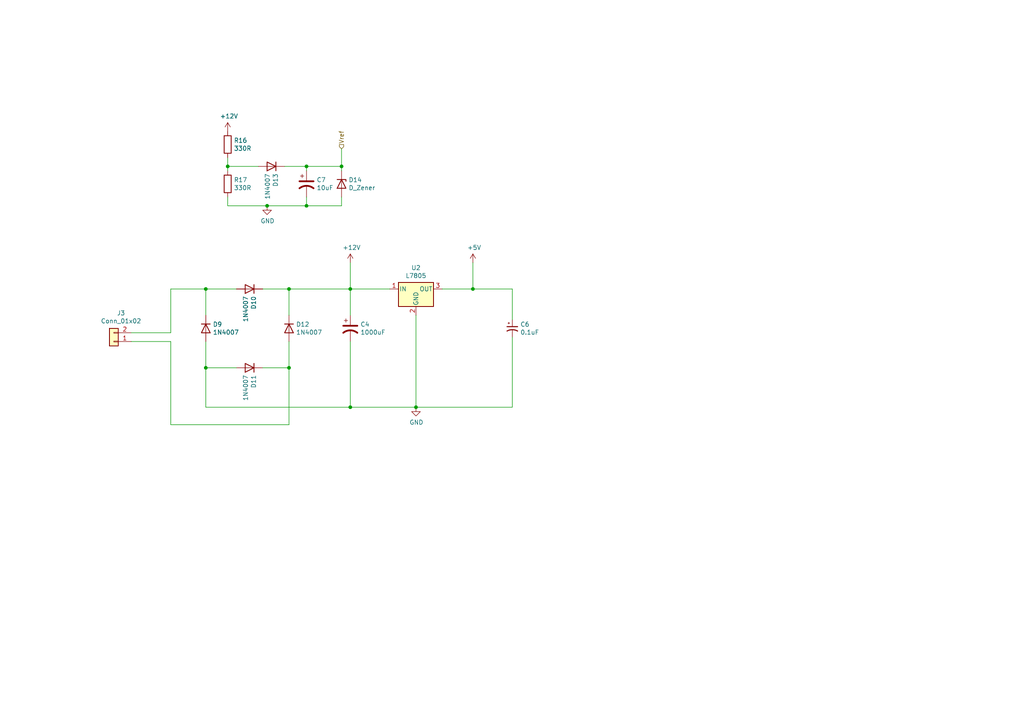
<source format=kicad_sch>
(kicad_sch (version 20211123) (generator eeschema)
  (paper "A4")
  (lib_symbols
    (symbol "Connector_Generic:Conn_01x02" (pin_names (offset 1.016) hide)
      (property "Reference" "J" (at 0 2.54 0))
      (property "Value" "Conn_01x02" (at 0 -5.08 0))
      (symbol "Conn_01x02_1_1"
        (rectangle (start -1.27 -2.413) (end 0 -2.667) (stroke (width 0.1524)))
        (rectangle (start -1.27 0.127) (end 0 -0.127) (stroke (width 0.1524)))
        (rectangle (start -1.27 1.27) (end 1.27 -3.81) (stroke (width 0.254)) (fill (type background)))
        (pin passive line (at -5.08 0 0) (length 3.81) (name "Pin_1") (number "1"))
        (pin passive line (at -5.08 -2.54 0) (length 3.81) (name "Pin_2") (number "2"))
      )
    )
    (symbol "Device:D_Zener" (pin_numbers hide) (pin_names (offset 1.016) hide)
      (property "Reference" "D" (at 0 2.54 0))
      (property "Value" "D_Zener" (at 0 -2.54 0))
      (symbol "D_Zener_0_1"
        (polyline (pts (xy 1.27 0) (xy -1.27 0)))
        (polyline (pts (xy -1.27 -1.27) (xy -1.27 1.27) (xy -0.762 1.27)) (stroke (width 0.254)))
        (polyline (pts (xy 1.27 -1.27) (xy 1.27 1.27) (xy -1.27 0) (xy 1.27 -1.27)) (stroke (width 0.254)))
      )
      (symbol "D_Zener_1_1"
        (pin passive line (at -3.81 0 0) (length 2.54) (name "K") (number "1"))
        (pin passive line (at 3.81 0 180) (length 2.54) (name "A") (number "2"))
      )
    )
    (symbol "Device:R" (pin_numbers hide) (pin_names (offset 0))
      (property "Reference" "R" (at 2.032 0 90))
      (property "Value" "R" (at 0 0 90))
      (symbol "R_0_1"
        (rectangle (start -1.016 -2.54) (end 1.016 2.54) (stroke (width 0.254)))
      )
      (symbol "R_1_1"
        (pin passive line (at 0 3.81 270) (length 1.27) (name "~") (number "1"))
        (pin passive line (at 0 -3.81 90) (length 1.27) (name "~") (number "2"))
      )
    )
    (symbol "Diode:1N4007" (pin_numbers hide) (pin_names (offset 1.016) hide)
      (property "Reference" "D" (at 0 2.54 0))
      (property "Value" "1N4007" (at 0 -2.54 0))
      (symbol "1N4007_0_1"
        (polyline (pts (xy -1.27 1.27) (xy -1.27 -1.27)) (stroke (width 0.254)))
        (polyline (pts (xy 1.27 0) (xy -1.27 0)))
        (polyline (pts (xy 1.27 1.27) (xy 1.27 -1.27) (xy -1.27 0) (xy 1.27 1.27)) (stroke (width 0.254)))
      )
      (symbol "1N4007_1_1"
        (pin passive line (at -3.81 0 0) (length 2.54) (name "K") (number "1"))
        (pin passive line (at 3.81 0 180) (length 2.54) (name "A") (number "2"))
      )
    )
    (symbol "Oflow_pcb-rescue:CP1-Device" (pin_numbers hide) (pin_names (offset 0.254) hide)
      (property "Reference" "C" (at 0.635 2.54 0))
      (property "Value" "CP1-Device" (at 0.635 -2.54 0))
      (symbol "CP1-Device_0_1"
        (polyline (pts (xy -2.032 0.762) (xy 2.032 0.762)) (stroke (width 0.508)))
        (polyline (pts (xy -1.778 2.286) (xy -0.762 2.286)))
        (polyline (pts (xy -1.27 1.778) (xy -1.27 2.794)))
        (arc (start 2.032 -1.27) (mid 0 -0.5572) (end -2.032 -1.27) (stroke (width 0.508)))
      )
      (symbol "CP1-Device_1_1"
        (pin passive line (at 0 3.81 270) (length 2.794) (name "~") (number "1"))
        (pin passive line (at 0 -3.81 90) (length 3.302) (name "~") (number "2"))
      )
    )
    (symbol "Oflow_pcb-rescue:CP1_Small-Device" (pin_numbers hide) (pin_names (offset 0.254) hide)
      (property "Reference" "C" (at 0.254 1.778 0))
      (property "Value" "CP1_Small-Device" (at 0.254 -2.032 0))
      (symbol "CP1_Small-Device_0_1"
        (polyline (pts (xy -1.524 0.508) (xy 1.524 0.508)) (stroke (width 0.3048)))
        (polyline (pts (xy -1.27 1.524) (xy -0.762 1.524)))
        (polyline (pts (xy -1.016 1.27) (xy -1.016 1.778)))
        (arc (start 1.524 -0.762) (mid 0 -0.3734) (end -1.524 -0.762) (stroke (width 0.3048)))
      )
      (symbol "CP1_Small-Device_1_1"
        (pin passive line (at 0 2.54 270) (length 2.032) (name "~") (number "1"))
        (pin passive line (at 0 -2.54 90) (length 2.032) (name "~") (number "2"))
      )
    )
    (symbol "Regulator_Linear:L7805" (pin_names (offset 0.254))
      (property "Reference" "U" (at -3.81 3.175 0))
      (property "Value" "L7805" (at 0 3.175 0))
      (symbol "L7805_0_1"
        (rectangle (start -5.08 1.905) (end 5.08 -5.08) (stroke (width 0.254)) (fill (type background)))
      )
      (symbol "L7805_1_1"
        (pin power_in line (at -7.62 0 0) (length 2.54) (name "IN") (number "1"))
        (pin power_in line (at 0 -7.62 90) (length 2.54) (name "GND") (number "2"))
        (pin power_out line (at 7.62 0 180) (length 2.54) (name "OUT") (number "3"))
      )
    )
    (symbol "power:+12V" (power) (pin_names (offset 0))
      (property "Value" "+12V" (at 0 3.556 0))
      (symbol "+12V_0_1"
        (polyline (pts (xy -0.762 1.27) (xy 0 2.54)))
        (polyline (pts (xy 0 0) (xy 0 2.54)))
        (polyline (pts (xy 0 2.54) (xy 0.762 1.27)))
      )
      (symbol "+12V_1_1"
        (pin power_in line (at 0 0 90) (length 0) hide (name "+12V") (number "1"))
      )
    )
    (symbol "power:+5V" (power) (pin_names (offset 0))
      (property "Value" "+5V" (at 0 3.556 0))
      (symbol "+5V_0_1"
        (polyline (pts (xy -0.762 1.27) (xy 0 2.54)))
        (polyline (pts (xy 0 0) (xy 0 2.54)))
        (polyline (pts (xy 0 2.54) (xy 0.762 1.27)))
      )
      (symbol "+5V_1_1"
        (pin power_in line (at 0 0 90) (length 0) hide (name "+5V") (number "1"))
      )
    )
    (symbol "power:GND" (power) (pin_names (offset 0))
      (property "Value" "GND" (at 0 -3.81 0))
      (symbol "GND_0_1"
        (polyline (pts (xy 0 0) (xy 0 -1.27) (xy 1.27 -1.27) (xy 0 -2.54) (xy -1.27 -1.27) (xy 0 -1.27)))
      )
      (symbol "GND_1_1"
        (pin power_in line (at 0 0 270) (length 0) hide (name "GND") (number "1"))
      )
    )
  )
  (junction (at 120.65 118.11))
  (junction (at 88.9 59.69))
  (junction (at 88.9 48.26))
  (junction (at 59.69 83.82))
  (junction (at 101.6 118.11))
  (junction (at 83.82 83.82))
  (junction (at 77.47 59.69))
  (junction (at 99.06 48.26))
  (junction (at 101.6 83.82))
  (junction (at 83.82 106.68))
  (junction (at 137.16 83.82))
  (junction (at 59.69 106.68))
  (junction (at 66.04 48.26))
  (wire (pts (xy 101.6 118.11) (xy 101.6 99.06)))
  (wire (pts (xy 120.65 118.11) (xy 148.59 118.11)))
  (wire (pts (xy 49.53 99.06) (xy 49.53 123.19)))
  (wire (pts (xy 99.06 43.18) (xy 99.06 48.26)))
  (wire (pts (xy 38.1 99.06) (xy 49.53 99.06)))
  (wire (pts (xy 128.27 83.82) (xy 137.16 83.82)))
  (wire (pts (xy 83.82 83.82) (xy 101.6 83.82)))
  (wire (pts (xy 137.16 83.82) (xy 148.59 83.82)))
  (wire (pts (xy 77.47 59.69) (xy 66.04 59.69)))
  (wire (pts (xy 88.9 59.69) (xy 99.06 59.69)))
  (wire (pts (xy 83.82 83.82) (xy 83.82 91.44)))
  (wire (pts (xy 74.93 48.26) (xy 66.04 48.26)))
  (wire (pts (xy 66.04 48.26) (xy 66.04 49.53)))
  (wire (pts (xy 59.69 106.68) (xy 59.69 99.06)))
  (wire (pts (xy 83.82 106.68) (xy 83.82 123.19)))
  (wire (pts (xy 59.69 83.82) (xy 68.58 83.82)))
  (wire (pts (xy 113.03 83.82) (xy 101.6 83.82)))
  (wire (pts (xy 76.2 83.82) (xy 83.82 83.82)))
  (wire (pts (xy 148.59 83.82) (xy 148.59 92.71)))
  (wire (pts (xy 99.06 48.26) (xy 99.06 49.53)))
  (wire (pts (xy 83.82 99.06) (xy 83.82 106.68)))
  (wire (pts (xy 49.53 123.19) (xy 83.82 123.19)))
  (wire (pts (xy 66.04 59.69) (xy 66.04 57.15)))
  (wire (pts (xy 49.53 83.82) (xy 59.69 83.82)))
  (wire (pts (xy 88.9 48.26) (xy 99.06 48.26)))
  (wire (pts (xy 88.9 57.15) (xy 88.9 59.69)))
  (wire (pts (xy 99.06 59.69) (xy 99.06 57.15)))
  (wire (pts (xy 88.9 48.26) (xy 88.9 49.53)))
  (wire (pts (xy 68.58 106.68) (xy 59.69 106.68)))
  (wire (pts (xy 101.6 83.82) (xy 101.6 91.44)))
  (wire (pts (xy 101.6 118.11) (xy 120.65 118.11)))
  (wire (pts (xy 82.55 48.26) (xy 88.9 48.26)))
  (wire (pts (xy 137.16 76.2) (xy 137.16 83.82)))
  (wire (pts (xy 148.59 97.79) (xy 148.59 118.11)))
  (wire (pts (xy 38.1 96.52) (xy 49.53 96.52)))
  (wire (pts (xy 59.69 106.68) (xy 59.69 118.11)))
  (wire (pts (xy 83.82 106.68) (xy 76.2 106.68)))
  (wire (pts (xy 88.9 59.69) (xy 77.47 59.69)))
  (wire (pts (xy 59.69 91.44) (xy 59.69 83.82)))
  (wire (pts (xy 120.65 118.11) (xy 120.65 91.44)))
  (wire (pts (xy 59.69 118.11) (xy 101.6 118.11)))
  (wire (pts (xy 101.6 76.2) (xy 101.6 83.82)))
  (wire (pts (xy 49.53 96.52) (xy 49.53 83.82)))
  (wire (pts (xy 66.04 45.72) (xy 66.04 48.26)))
  (hierarchical_label "Vref" (shape input) (at 99.06 43.18 90))
  (symbol (lib_id "Diode:1N4007") (at 59.69 95.25 270) (unit 1)
    (property "Reference" "D9" (at 61.722 94.0816 90) (effects (justify left)))
    (property "Value" "1N4007" (at 61.722 96.393 90) (effects (justify left)))
    (property "Footprint" "Diode_THT:D_DO-41_SOD81_P10.16mm_Horizontal" (effects hide))
    (property "Datasheet" "http://www.vishay.com/docs/88503/1n4001.pdf" (effects hide))
  )
  (symbol (lib_id "Diode:1N4007") (at 72.39 83.82 180) (unit 1)
    (property "Reference" "D10" (at 73.5584 85.852 90) (effects (justify left)))
    (property "Value" "1N4007" (at 71.247 85.852 90) (effects (justify left)))
    (property "Footprint" "Diode_THT:D_DO-41_SOD81_P10.16mm_Horizontal" (effects hide))
    (property "Datasheet" "http://www.vishay.com/docs/88503/1n4001.pdf" (effects hide))
  )
  (symbol (lib_id "Diode:1N4007") (at 72.39 106.68 180) (unit 1)
    (property "Reference" "D11" (at 73.5584 108.712 90) (effects (justify left)))
    (property "Value" "1N4007" (at 71.247 108.712 90) (effects (justify left)))
    (property "Footprint" "Diode_THT:D_DO-41_SOD81_P10.16mm_Horizontal" (effects hide))
    (property "Datasheet" "http://www.vishay.com/docs/88503/1n4001.pdf" (effects hide))
  )
  (symbol (lib_id "Diode:1N4007") (at 83.82 95.25 270) (unit 1)
    (property "Reference" "D12" (at 85.852 94.0816 90) (effects (justify left)))
    (property "Value" "1N4007" (at 85.852 96.393 90) (effects (justify left)))
    (property "Footprint" "Diode_THT:D_DO-41_SOD81_P10.16mm_Horizontal" (effects hide))
    (property "Datasheet" "http://www.vishay.com/docs/88503/1n4001.pdf" (effects hide))
  )
  (symbol (lib_id "Connector_Generic:Conn_01x02") (at 33.02 99.06 180) (unit 1)
    (property "Reference" "J3" (at 35.1028 90.805 0))
    (property "Value" "Conn_01x02" (at 35.1028 93.1164 0))
    (property "Footprint" "myLib:TerminalBlock_bornier-2_P5.08mm" (effects hide))
  )
  (symbol (lib_id "Oflow_pcb-rescue:CP1-Device") (at 101.6 95.25 0) (unit 1)
    (property "Reference" "C4" (at 104.521 94.0816 0) (effects (justify left)))
    (property "Value" "1000uF" (at 104.521 96.393 0) (effects (justify left)))
    (property "Footprint" "Capacitor_THT:CP_Radial_D10.0mm_P5.00mm" (effects hide))
  )
  (symbol (lib_id "Regulator_Linear:L7805") (at 120.65 83.82 0) (unit 1)
    (property "Reference" "U2" (at 120.65 77.6732 0))
    (property "Value" "L7805" (at 120.65 79.9846 0))
    (property "Footprint" "Package_TO_SOT_THT:TO-220-3_Vertical" (effects hide))
    (property "Datasheet" "http://www.st.com/content/ccc/resource/technical/document/datasheet/41/4f/b3/b0/12/d4/47/88/CD00000444.pdf/files/CD00000444.pdf/jcr:content/translations/en.CD00000444.pdf" (effects hide))
  )
  (symbol (lib_id "power:GND") (at 120.65 118.11 0) (unit 1)
    (property "Reference" "#PWR0101" (effects hide))
    (property "Value" "GND" (at 120.777 122.5042 0))
  )
  (symbol (lib_id "power:+5V") (at 137.16 76.2 0) (unit 1)
    (property "Reference" "#PWR0102" (effects hide))
    (property "Value" "+5V" (at 137.541 71.8058 0))
  )
  (symbol (lib_id "Oflow_pcb-rescue:CP1_Small-Device") (at 148.59 95.25 0) (unit 1)
    (property "Reference" "C6" (at 150.9014 94.0816 0) (effects (justify left)))
    (property "Value" "0.1uF" (at 150.9014 96.393 0) (effects (justify left)))
    (property "Footprint" "Capacitor_THT:CP_Radial_D5.0mm_P2.50mm" (effects hide))
  )
  (symbol (lib_id "Device:R") (at 66.04 41.91 0) (unit 1)
    (property "Reference" "R16" (at 67.818 40.7416 0) (effects (justify left)))
    (property "Value" "330R" (at 67.818 43.053 0) (effects (justify left)))
    (property "Footprint" "Resistor_THT:R_Axial_DIN0207_L6.3mm_D2.5mm_P10.16mm_Horizontal" (effects hide))
  )
  (symbol (lib_id "Device:R") (at 66.04 53.34 0) (unit 1)
    (property "Reference" "R17" (at 67.818 52.1716 0) (effects (justify left)))
    (property "Value" "330R" (at 67.818 54.483 0) (effects (justify left)))
    (property "Footprint" "Resistor_THT:R_Axial_DIN0207_L6.3mm_D2.5mm_P10.16mm_Horizontal" (effects hide))
  )
  (symbol (lib_id "Diode:1N4007") (at 78.74 48.26 180) (unit 1)
    (property "Reference" "D13" (at 79.9084 50.292 90) (effects (justify left)))
    (property "Value" "1N4007" (at 77.597 50.292 90) (effects (justify left)))
    (property "Footprint" "Diode_THT:D_DO-41_SOD81_P10.16mm_Horizontal" (effects hide))
    (property "Datasheet" "http://www.vishay.com/docs/88503/1n4001.pdf" (effects hide))
  )
  (symbol (lib_id "Oflow_pcb-rescue:CP1-Device") (at 88.9 53.34 0) (unit 1)
    (property "Reference" "C7" (at 91.821 52.1716 0) (effects (justify left)))
    (property "Value" "10uF" (at 91.821 54.483 0) (effects (justify left)))
    (property "Footprint" "Capacitor_THT:CP_Radial_D5.0mm_P2.50mm" (effects hide))
  )
  (symbol (lib_id "power:GND") (at 77.47 59.69 0) (unit 1)
    (property "Reference" "#PWR0107" (effects hide))
    (property "Value" "GND" (at 77.597 64.0842 0))
  )
  (symbol (lib_id "power:+12V") (at 66.04 38.1 0) (unit 1)
    (property "Reference" "#PWR0108" (effects hide))
    (property "Value" "+12V" (at 66.421 33.7058 0))
  )
  (symbol (lib_id "Device:D_Zener") (at 99.06 53.34 270) (unit 1)
    (property "Reference" "D14" (at 101.092 52.1716 90) (effects (justify left)))
    (property "Value" "D_Zener" (at 101.092 54.483 90) (effects (justify left)))
    (property "Footprint" "Diode_THT:D_DO-41_SOD81_P10.16mm_Horizontal" (effects hide))
  )
  (symbol (lib_id "power:+12V") (at 101.6 76.2 0) (unit 1)
    (property "Reference" "#PWR0106" (effects hide))
    (property "Value" "+12V" (at 101.981 71.8058 0))
  )
)
</source>
